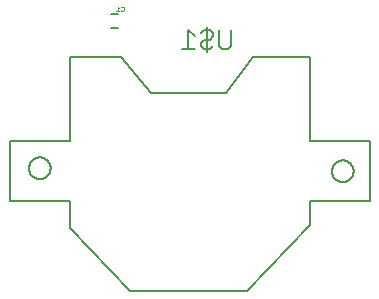
<source format=gbo>
G75*
%MOIN*%
%OFA0B0*%
%FSLAX25Y25*%
%IPPOS*%
%LPD*%
%AMOC8*
5,1,8,0,0,1.08239X$1,22.5*
%
%ADD10C,0.00600*%
%ADD11C,0.00100*%
%ADD12C,0.00500*%
D10*
X0040619Y0103220D02*
X0042981Y0103220D01*
X0042981Y0107945D02*
X0040619Y0107945D01*
D11*
X0042276Y0108882D02*
X0043277Y0108882D01*
X0042776Y0108882D02*
X0042776Y0110384D01*
X0043277Y0109883D01*
X0043749Y0110133D02*
X0043999Y0110384D01*
X0044500Y0110384D01*
X0044750Y0110133D01*
X0044750Y0109133D01*
X0044500Y0108882D01*
X0043999Y0108882D01*
X0043749Y0109133D01*
D12*
X0026800Y0045582D02*
X0026800Y0036582D01*
X0046800Y0015582D01*
X0085800Y0015582D01*
X0106800Y0037582D01*
X0106800Y0045582D01*
X0126800Y0045582D01*
X0126800Y0065582D01*
X0106800Y0065582D01*
X0106800Y0093582D01*
X0087800Y0093582D01*
X0078800Y0081582D01*
X0053800Y0081582D01*
X0043800Y0093582D01*
X0026800Y0093582D01*
X0026800Y0065582D01*
X0006800Y0065582D01*
X0006800Y0045582D01*
X0026800Y0045582D01*
X0013194Y0056582D02*
X0013196Y0056702D01*
X0013202Y0056822D01*
X0013212Y0056941D01*
X0013226Y0057060D01*
X0013244Y0057179D01*
X0013265Y0057297D01*
X0013291Y0057414D01*
X0013321Y0057530D01*
X0013354Y0057645D01*
X0013391Y0057759D01*
X0013432Y0057871D01*
X0013477Y0057983D01*
X0013526Y0058092D01*
X0013578Y0058200D01*
X0013633Y0058307D01*
X0013692Y0058411D01*
X0013755Y0058513D01*
X0013821Y0058613D01*
X0013890Y0058711D01*
X0013962Y0058807D01*
X0014038Y0058900D01*
X0014116Y0058990D01*
X0014198Y0059078D01*
X0014282Y0059163D01*
X0014369Y0059246D01*
X0014459Y0059325D01*
X0014552Y0059401D01*
X0014647Y0059474D01*
X0014744Y0059544D01*
X0014844Y0059611D01*
X0014945Y0059674D01*
X0015049Y0059734D01*
X0015155Y0059791D01*
X0015262Y0059844D01*
X0015372Y0059893D01*
X0015483Y0059939D01*
X0015595Y0059981D01*
X0015709Y0060019D01*
X0015823Y0060053D01*
X0015939Y0060084D01*
X0016056Y0060110D01*
X0016174Y0060133D01*
X0016292Y0060152D01*
X0016411Y0060167D01*
X0016531Y0060178D01*
X0016650Y0060185D01*
X0016770Y0060188D01*
X0016890Y0060187D01*
X0017010Y0060182D01*
X0017129Y0060173D01*
X0017248Y0060160D01*
X0017367Y0060143D01*
X0017485Y0060122D01*
X0017602Y0060098D01*
X0017719Y0060069D01*
X0017834Y0060037D01*
X0017948Y0060000D01*
X0018061Y0059960D01*
X0018173Y0059916D01*
X0018283Y0059869D01*
X0018392Y0059818D01*
X0018498Y0059763D01*
X0018603Y0059705D01*
X0018706Y0059643D01*
X0018807Y0059578D01*
X0018905Y0059510D01*
X0019001Y0059438D01*
X0019095Y0059364D01*
X0019186Y0059286D01*
X0019275Y0059205D01*
X0019360Y0059121D01*
X0019443Y0059035D01*
X0019523Y0058945D01*
X0019601Y0058854D01*
X0019674Y0058759D01*
X0019745Y0058663D01*
X0019813Y0058564D01*
X0019877Y0058462D01*
X0019938Y0058359D01*
X0019995Y0058254D01*
X0020049Y0058147D01*
X0020099Y0058038D01*
X0020146Y0057927D01*
X0020189Y0057815D01*
X0020228Y0057702D01*
X0020263Y0057587D01*
X0020294Y0057472D01*
X0020322Y0057355D01*
X0020346Y0057238D01*
X0020366Y0057119D01*
X0020382Y0057001D01*
X0020394Y0056881D01*
X0020402Y0056762D01*
X0020406Y0056642D01*
X0020406Y0056522D01*
X0020402Y0056402D01*
X0020394Y0056283D01*
X0020382Y0056163D01*
X0020366Y0056045D01*
X0020346Y0055926D01*
X0020322Y0055809D01*
X0020294Y0055692D01*
X0020263Y0055577D01*
X0020228Y0055462D01*
X0020189Y0055349D01*
X0020146Y0055237D01*
X0020099Y0055126D01*
X0020049Y0055017D01*
X0019995Y0054910D01*
X0019938Y0054805D01*
X0019877Y0054702D01*
X0019813Y0054600D01*
X0019745Y0054501D01*
X0019674Y0054405D01*
X0019601Y0054310D01*
X0019523Y0054219D01*
X0019443Y0054129D01*
X0019360Y0054043D01*
X0019275Y0053959D01*
X0019186Y0053878D01*
X0019095Y0053800D01*
X0019001Y0053726D01*
X0018905Y0053654D01*
X0018807Y0053586D01*
X0018706Y0053521D01*
X0018603Y0053459D01*
X0018498Y0053401D01*
X0018392Y0053346D01*
X0018283Y0053295D01*
X0018173Y0053248D01*
X0018061Y0053204D01*
X0017948Y0053164D01*
X0017834Y0053127D01*
X0017719Y0053095D01*
X0017602Y0053066D01*
X0017485Y0053042D01*
X0017367Y0053021D01*
X0017248Y0053004D01*
X0017129Y0052991D01*
X0017010Y0052982D01*
X0016890Y0052977D01*
X0016770Y0052976D01*
X0016650Y0052979D01*
X0016531Y0052986D01*
X0016411Y0052997D01*
X0016292Y0053012D01*
X0016174Y0053031D01*
X0016056Y0053054D01*
X0015939Y0053080D01*
X0015823Y0053111D01*
X0015709Y0053145D01*
X0015595Y0053183D01*
X0015483Y0053225D01*
X0015372Y0053271D01*
X0015262Y0053320D01*
X0015155Y0053373D01*
X0015049Y0053430D01*
X0014945Y0053490D01*
X0014844Y0053553D01*
X0014744Y0053620D01*
X0014647Y0053690D01*
X0014552Y0053763D01*
X0014459Y0053839D01*
X0014369Y0053918D01*
X0014282Y0054001D01*
X0014198Y0054086D01*
X0014116Y0054174D01*
X0014038Y0054264D01*
X0013962Y0054357D01*
X0013890Y0054453D01*
X0013821Y0054551D01*
X0013755Y0054651D01*
X0013692Y0054753D01*
X0013633Y0054857D01*
X0013578Y0054964D01*
X0013526Y0055072D01*
X0013477Y0055181D01*
X0013432Y0055293D01*
X0013391Y0055405D01*
X0013354Y0055519D01*
X0013321Y0055634D01*
X0013291Y0055750D01*
X0013265Y0055867D01*
X0013244Y0055985D01*
X0013226Y0056104D01*
X0013212Y0056223D01*
X0013202Y0056342D01*
X0013196Y0056462D01*
X0013194Y0056582D01*
X0064325Y0096391D02*
X0068396Y0096391D01*
X0070403Y0097409D02*
X0070403Y0098427D01*
X0071420Y0099444D01*
X0073455Y0099444D01*
X0074473Y0100462D01*
X0074473Y0101479D01*
X0073455Y0102497D01*
X0071420Y0102497D01*
X0070403Y0101479D01*
X0068396Y0100462D02*
X0066361Y0102497D01*
X0066361Y0096391D01*
X0070403Y0097409D02*
X0071420Y0096391D01*
X0073455Y0096391D01*
X0074473Y0097409D01*
X0076480Y0097409D02*
X0076480Y0102497D01*
X0080550Y0102497D02*
X0080550Y0097409D01*
X0079532Y0096391D01*
X0077497Y0096391D01*
X0076480Y0097409D01*
X0072438Y0095374D02*
X0072438Y0103514D01*
X0114194Y0055582D02*
X0114196Y0055702D01*
X0114202Y0055822D01*
X0114212Y0055941D01*
X0114226Y0056060D01*
X0114244Y0056179D01*
X0114265Y0056297D01*
X0114291Y0056414D01*
X0114321Y0056530D01*
X0114354Y0056645D01*
X0114391Y0056759D01*
X0114432Y0056871D01*
X0114477Y0056983D01*
X0114526Y0057092D01*
X0114578Y0057200D01*
X0114633Y0057307D01*
X0114692Y0057411D01*
X0114755Y0057513D01*
X0114821Y0057613D01*
X0114890Y0057711D01*
X0114962Y0057807D01*
X0115038Y0057900D01*
X0115116Y0057990D01*
X0115198Y0058078D01*
X0115282Y0058163D01*
X0115369Y0058246D01*
X0115459Y0058325D01*
X0115552Y0058401D01*
X0115647Y0058474D01*
X0115744Y0058544D01*
X0115844Y0058611D01*
X0115945Y0058674D01*
X0116049Y0058734D01*
X0116155Y0058791D01*
X0116262Y0058844D01*
X0116372Y0058893D01*
X0116483Y0058939D01*
X0116595Y0058981D01*
X0116709Y0059019D01*
X0116823Y0059053D01*
X0116939Y0059084D01*
X0117056Y0059110D01*
X0117174Y0059133D01*
X0117292Y0059152D01*
X0117411Y0059167D01*
X0117531Y0059178D01*
X0117650Y0059185D01*
X0117770Y0059188D01*
X0117890Y0059187D01*
X0118010Y0059182D01*
X0118129Y0059173D01*
X0118248Y0059160D01*
X0118367Y0059143D01*
X0118485Y0059122D01*
X0118602Y0059098D01*
X0118719Y0059069D01*
X0118834Y0059037D01*
X0118948Y0059000D01*
X0119061Y0058960D01*
X0119173Y0058916D01*
X0119283Y0058869D01*
X0119392Y0058818D01*
X0119498Y0058763D01*
X0119603Y0058705D01*
X0119706Y0058643D01*
X0119807Y0058578D01*
X0119905Y0058510D01*
X0120001Y0058438D01*
X0120095Y0058364D01*
X0120186Y0058286D01*
X0120275Y0058205D01*
X0120360Y0058121D01*
X0120443Y0058035D01*
X0120523Y0057945D01*
X0120601Y0057854D01*
X0120674Y0057759D01*
X0120745Y0057663D01*
X0120813Y0057564D01*
X0120877Y0057462D01*
X0120938Y0057359D01*
X0120995Y0057254D01*
X0121049Y0057147D01*
X0121099Y0057038D01*
X0121146Y0056927D01*
X0121189Y0056815D01*
X0121228Y0056702D01*
X0121263Y0056587D01*
X0121294Y0056472D01*
X0121322Y0056355D01*
X0121346Y0056238D01*
X0121366Y0056119D01*
X0121382Y0056001D01*
X0121394Y0055881D01*
X0121402Y0055762D01*
X0121406Y0055642D01*
X0121406Y0055522D01*
X0121402Y0055402D01*
X0121394Y0055283D01*
X0121382Y0055163D01*
X0121366Y0055045D01*
X0121346Y0054926D01*
X0121322Y0054809D01*
X0121294Y0054692D01*
X0121263Y0054577D01*
X0121228Y0054462D01*
X0121189Y0054349D01*
X0121146Y0054237D01*
X0121099Y0054126D01*
X0121049Y0054017D01*
X0120995Y0053910D01*
X0120938Y0053805D01*
X0120877Y0053702D01*
X0120813Y0053600D01*
X0120745Y0053501D01*
X0120674Y0053405D01*
X0120601Y0053310D01*
X0120523Y0053219D01*
X0120443Y0053129D01*
X0120360Y0053043D01*
X0120275Y0052959D01*
X0120186Y0052878D01*
X0120095Y0052800D01*
X0120001Y0052726D01*
X0119905Y0052654D01*
X0119807Y0052586D01*
X0119706Y0052521D01*
X0119603Y0052459D01*
X0119498Y0052401D01*
X0119392Y0052346D01*
X0119283Y0052295D01*
X0119173Y0052248D01*
X0119061Y0052204D01*
X0118948Y0052164D01*
X0118834Y0052127D01*
X0118719Y0052095D01*
X0118602Y0052066D01*
X0118485Y0052042D01*
X0118367Y0052021D01*
X0118248Y0052004D01*
X0118129Y0051991D01*
X0118010Y0051982D01*
X0117890Y0051977D01*
X0117770Y0051976D01*
X0117650Y0051979D01*
X0117531Y0051986D01*
X0117411Y0051997D01*
X0117292Y0052012D01*
X0117174Y0052031D01*
X0117056Y0052054D01*
X0116939Y0052080D01*
X0116823Y0052111D01*
X0116709Y0052145D01*
X0116595Y0052183D01*
X0116483Y0052225D01*
X0116372Y0052271D01*
X0116262Y0052320D01*
X0116155Y0052373D01*
X0116049Y0052430D01*
X0115945Y0052490D01*
X0115844Y0052553D01*
X0115744Y0052620D01*
X0115647Y0052690D01*
X0115552Y0052763D01*
X0115459Y0052839D01*
X0115369Y0052918D01*
X0115282Y0053001D01*
X0115198Y0053086D01*
X0115116Y0053174D01*
X0115038Y0053264D01*
X0114962Y0053357D01*
X0114890Y0053453D01*
X0114821Y0053551D01*
X0114755Y0053651D01*
X0114692Y0053753D01*
X0114633Y0053857D01*
X0114578Y0053964D01*
X0114526Y0054072D01*
X0114477Y0054181D01*
X0114432Y0054293D01*
X0114391Y0054405D01*
X0114354Y0054519D01*
X0114321Y0054634D01*
X0114291Y0054750D01*
X0114265Y0054867D01*
X0114244Y0054985D01*
X0114226Y0055104D01*
X0114212Y0055223D01*
X0114202Y0055342D01*
X0114196Y0055462D01*
X0114194Y0055582D01*
M02*

</source>
